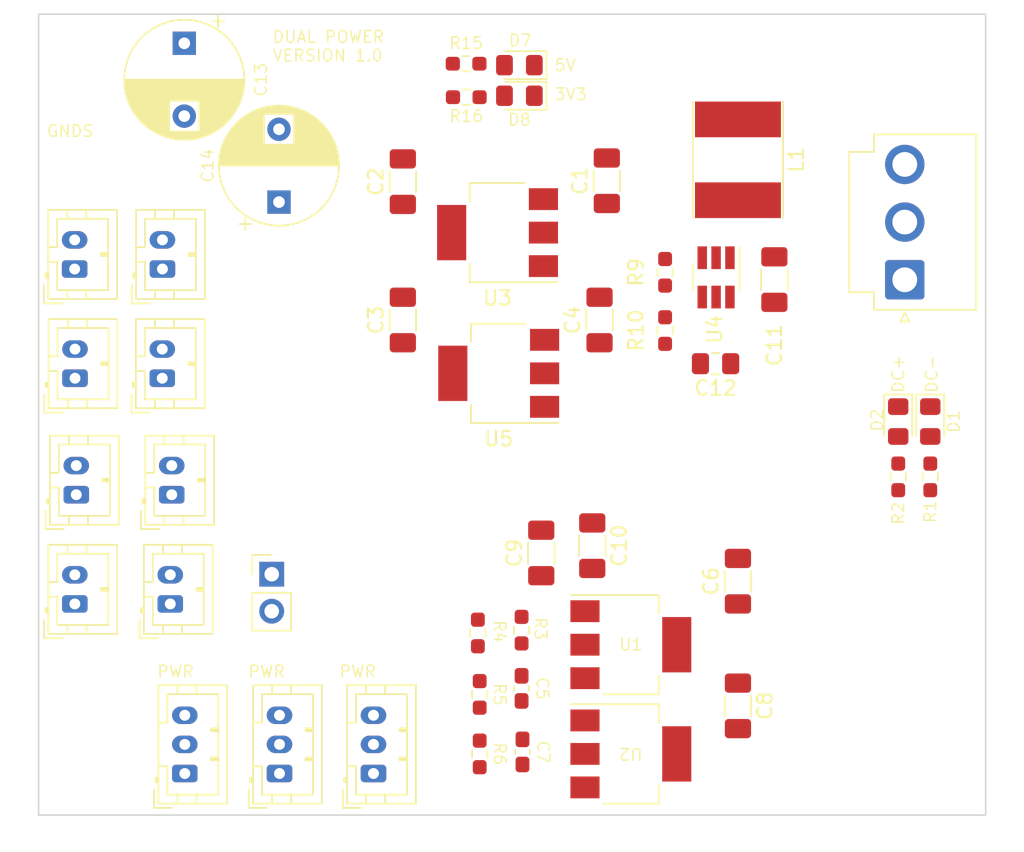
<source format=kicad_pcb>
(kicad_pcb (version 20221018) (generator pcbnew)
  (layers (0 "F.Cu" signal) (1 "In1.Cu" signal) (2 "In2.Cu" signal) (31 "B.Cu" signal) (34 "B.Paste" user) (35 "F.Paste" user) (36 "B.SilkS" user "B.Silkscreen") (37 "F.SilkS" user "F.Silkscreen") (38 "B.Mask" user) (39 "F.Mask" user) (44 "Edge.Cuts" user))
  (net 0 "")
  (net 1 "PGND")
  (net 2 "Net-(D1-A)")
  (net 3 "Net-(D2-A)")
  (net 4 "Net-(U1-ADJ)")
  (net 5 "Net-(U2-ADJ)")
  (net 6 "GND")
  (net 7 "7V")
  (net 8 "DC_NEG")
  (net 9 "DC_POS")
  (net 10 "VP")
  (net 11 "VN")
  (net 12 "Net-(U4-SW)")
  (net 13 "Net-(U4-CB)")
  (net 14 "5V")
  (net 15 "FB")
  (net 16 "3V3")
  (net 17 "Net-(D7-A)")
  (net 18 "Net-(D8-A)")
  (net 19 "AGND")
  (footprint "MountingHole:MountingHole_3.2mm_M3" (layer "F.Cu") (at 103.5 129.5)
    (fp_text reference "H4" hide)
    (fp_text value "MountingHole")
    (pad "" np_thru_hole circle (at 0 0) (size 3.2 3.2) (drill 3.2) (layers "*.Cu" "*.Mask"))
  )
  (footprint "Capacitor_SMD:C_1206_3216Metric_Pad1.33x1.80mm_HandSolder" (layer "F.Cu") (at 139.5 98 90)
    (fp_text reference "C4" (at 0 -1.85 90) (layer "F.SilkS"))
    (fp_text value "10U")
    (pad "1" smd roundrect (at -1.5625 0 90) (size 1.325 1.8) (layers "F.Cu" "F.Paste" "F.Mask") (roundrect_rratio 0.188679) (net 7 "7V"))
    (pad "2" smd roundrect (at 1.5625 0 90) (size 1.325 1.8) (layers "F.Cu" "F.Paste" "F.Mask") (roundrect_rratio 0.188679) (net 6 "GND"))
  )
  (footprint "Resistor_SMD:R_0603_1608Metric_Pad0.98x0.95mm_HandSolder" (layer "F.Cu") (at 144 98.725 90)
    (fp_text reference "R10" (at 0 -2 90) (layer "F.SilkS"))
    (fp_text value "10k")
    (pad "1" smd roundrect (at -0.9125 0 90) (size 0.975 0.95) (layers "F.Cu" "F.Paste" "F.Mask") (net 15 "FB"))
    (pad "2" smd roundrect (at 0.9125 0 90) (size 0.975 0.95) (layers "F.Cu" "F.Paste" "F.Mask") (net 1 "PGND"))
  )
  (footprint "Capacitor_THT:CP_Radial_D8.0mm_P5.00mm" (layer "F.Cu") (at 111 79 -90)
    (fp_text reference "C13" (at 2.5 -5.25 90 unlocked) (layer "F.SilkS") (effects (font (size 0.8 0.8) (thickness 0.1))))
    (fp_text value "680u")
    (pad "1" thru_hole rect (at 0 0 270) (size 1.6 1.6) (drill 0.8) (layers "*.Cu" "*.Mask") (net 16 "3V3"))
    (pad "2" thru_hole circle (at 5 0 270) (size 1.6 1.6) (drill 0.8) (layers "*.Cu" "*.Mask") (net 1 "PGND"))
  )
  (footprint "Resistor_SMD:R_0603_1608Metric_Pad0.98x0.95mm_HandSolder" (layer "F.Cu") (at 160 108.775 90)
    (fp_text reference "R2" (at -2.5 0 90 unlocked) (layer "F.SilkS") (effects (font (size 0.8 0.8) (thickness 0.1))))
    (fp_text value "3.3K")
    (pad "1" smd roundrect (at -0.9125 0 90) (size 0.975 0.95) (layers "F.Cu" "F.Paste" "F.Mask") (net 10 "VP"))
    (pad "2" smd roundrect (at 0.9125 0 90) (size 0.975 0.95) (layers "F.Cu" "F.Paste" "F.Mask") (net 3 "Net-(D2-A)"))
  )
  (footprint "Connector_JST:JST_PH_B3B-PH-K_1x03_P2.00mm_Vertical" (layer "F.Cu") (at 111.034786 129.146218 90)
    (fp_text reference "J3" hide)
    (fp_text value "Conn_01x03_Male")
    (pad "1" thru_hole roundrect (at 0 0 90) (size 1.2 1.75) (drill 0.75) (layers "*.Cu" "*.Mask") (roundrect_rratio 0.2083333333) (net 8 "DC_NEG"))
    (pad "2" thru_hole oval (at 2 0 90) (size 1.2 1.75) (drill 0.75) (layers "*.Cu" "*.Mask") (net 19 "AGND"))
    (pad "3" thru_hole oval (at 4 0 90) (size 1.2 1.75) (drill 0.75) (layers "*.Cu" "*.Mask") (net 9 "DC_POS"))
  )
  (footprint "Resistor_SMD:R_0603_1608Metric_Pad0.98x0.95mm_HandSolder" (layer "F.Cu") (at 162.2 108.775 -90)
    (fp_text reference "R1" (at 2.3875 0 -270 unlocked) (layer "F.SilkS") (effects (font (size 0.8 0.8) (thickness 0.1))))
    (fp_text value "3.3K")
    (pad "1" smd roundrect (at -0.9125 0 270) (size 0.975 0.95) (layers "F.Cu" "F.Paste" "F.Mask") (net 1 "PGND"))
    (pad "2" smd roundrect (at 0.9125 0 270) (size 0.975 0.95) (layers "F.Cu" "F.Paste" "F.Mask") (net 2 "Net-(D1-A)"))
  )
  (footprint "Resistor_SMD:R_0603_1608Metric_Pad0.98x0.95mm_HandSolder" (layer "F.Cu") (at 130.3425 80.4 180)
    (fp_text reference "R15" (at 0 1.41 unlocked) (layer "F.SilkS") (effects (font (size 0.8 0.8) (thickness 0.1))))
    (fp_text value "75R")
    (pad "1" smd roundrect (at -0.9125 0 180) (size 0.975 0.95) (layers "F.Cu" "F.Paste" "F.Mask") (net 16 "3V3"))
    (pad "2" smd roundrect (at 0.9125 0 180) (size 0.975 0.95) (layers "F.Cu" "F.Paste" "F.Mask") (net 17 "Net-(D7-A)"))
  )
  (footprint "MountingHole:MountingHole_3.2mm_M3" (layer "F.Cu") (at 163.5 79.5)
    (fp_text reference "H1" hide)
    (fp_text value "MountingHole")
    (pad "" np_thru_hole circle (at 0 0) (size 3.2 3.2) (drill 3.2) (layers "*.Cu" "*.Mask"))
  )
  (footprint "Capacitor_THT:CP_Radial_D8.0mm_P5.00mm" (layer "F.Cu") (at 117.5 89.9027 90)
    (fp_text reference "C14" (at 2.502651 -4.9 90 unlocked) (layer "F.SilkS") (effects (font (size 0.8 0.8) (thickness 0.1))))
    (fp_text value "680u")
    (pad "1" thru_hole rect (at 0 0 90) (size 1.6 1.6) (drill 0.8) (layers "*.Cu" "*.Mask") (net 14 "5V"))
    (pad "2" thru_hole circle (at 5 0 90) (size 1.6 1.6) (drill 0.8) (layers "*.Cu" "*.Mask") (net 1 "PGND"))
  )
  (footprint "Resistor_SMD:R_0603_1608Metric_Pad0.98x0.95mm_HandSolder" (layer "F.Cu") (at 131.15 119.495 90)
    (fp_text reference "R4" (at 0.1 1.5 -90 unlocked) (layer "F.SilkS") (effects (font (size 0.8 0.8) (thickness 0.1))))
    (fp_text value "510R")
    (pad "1" smd roundrect (at -0.9125 0 90) (size 0.975 0.95) (layers "F.Cu" "F.Paste" "F.Mask") (net 4 "Net-(U1-ADJ)"))
    (pad "2" smd roundrect (at 0.9125 0 90) (size 0.975 0.95) (layers "F.Cu" "F.Paste" "F.Mask") (net 19 "AGND"))
  )
  (footprint "Connector_JST:JST_PH_B2B-PH-K_1x02_P2.00mm_Vertical" (layer "F.Cu") (at 109.5 94.5 90)
    (fp_text reference "J7" hide)
    (fp_text value "Conn_01x02_Pin")
    (pad "1" thru_hole roundrect (at 0 0 90) (size 1.2 1.75) (drill 0.75) (layers "*.Cu" "*.Mask") (roundrect_rratio 0.208333) (net 6 "GND"))
    (pad "2" thru_hole oval (at 2 0 90) (size 1.2 1.75) (drill 0.75) (layers "*.Cu" "*.Mask") (net 14 "5V"))
  )
  (footprint "Capacitor_SMD:C_1206_3216Metric_Pad1.33x1.80mm_HandSolder" (layer "F.Cu") (at 149 115.9375 90)
    (fp_text reference "C6" (at 0 -1.85 90) (layer "F.SilkS"))
    (fp_text value "47U")
    (pad "1" smd roundrect (at -1.5625 0 90) (size 1.325 1.8) (layers "F.Cu" "F.Paste" "F.Mask") (roundrect_rratio 0.188679) (net 9 "DC_POS"))
    (pad "2" smd roundrect (at 1.5625 0 90) (size 1.325 1.8) (layers "F.Cu" "F.Paste" "F.Mask") (roundrect_rratio 0.188679) (net 19 "AGND"))
  )
  (footprint "Connector_JST:JST_PH_B3B-PH-K_1x03_P2.00mm_Vertical" (layer "F.Cu") (at 117.534786 129.146218 90)
    (fp_text reference "J4" hide)
    (fp_text value "Conn_01x03_Male")
    (pad "1" thru_hole roundrect (at 0 0 90) (size 1.2 1.75) (drill 0.75) (layers "*.Cu" "*.Mask") (roundrect_rratio 0.2083333333) (net 8 "DC_NEG"))
    (pad "2" thru_hole oval (at 2 0 90) (size 1.2 1.75) (drill 0.75) (layers "*.Cu" "*.Mask") (net 19 "AGND"))
    (pad "3" thru_hole oval (at 4 0 90) (size 1.2 1.75) (drill 0.75) (layers "*.Cu" "*.Mask") (net 9 "DC_POS"))
  )
  (footprint "Connector_JST:JST_PH_B3B-PH-K_1x03_P2.00mm_Vertical" (layer "F.Cu") (at 123.984786 129.146218 90)
    (fp_text reference "J5" hide)
    (fp_text value "Conn_01x03_Male")
    (pad "1" thru_hole roundrect (at 0 0 90) (size 1.2 1.75) (drill 0.75) (layers "*.Cu" "*.Mask") (roundrect_rratio 0.2083333333) (net 8 "DC_NEG"))
    (pad "2" thru_hole oval (at 2 0 90) (size 1.2 1.75) (drill 0.75) (layers "*.Cu" "*.Mask") (net 19 "AGND"))
    (pad "3" thru_hole oval (at 4 0 90) (size 1.2 1.75) (drill 0.75) (layers "*.Cu" "*.Mask") (net 9 "DC_POS"))
  )
  (footprint "Connector_JST:JST_PH_B2B-PH-K_1x02_P2.00mm_Vertical" (layer "F.Cu") (at 103.4875 117.5 90)
    (fp_text reference "J12" hide)
    (fp_text value "Conn_01x02_Pin")
    (pad "1" thru_hole roundrect (at 0 0 90) (size 1.2 1.75) (drill 0.75) (layers "*.Cu" "*.Mask") (roundrect_rratio 0.208333) (net 6 "GND"))
    (pad "2" thru_hole oval (at 2 0 90) (size 1.2 1.75) (drill 0.75) (layers "*.Cu" "*.Mask") (net 16 "3V3"))
  )
  (footprint "MountingHole:MountingHole_3.2mm_M3" (layer "F.Cu") (at 103.5 79.5)
    (fp_text reference "H2" hide)
    (fp_text value "MountingHole")
    (pad "" np_thru_hole circle (at 0 0) (size 3.2 3.2) (drill 3.2) (layers "*.Cu" "*.Mask"))
  )
  (footprint "Package_TO_SOT_SMD:SOT-23-6_Handsoldering" (layer "F.Cu") (at 147.5 95.075 -90)
    (fp_text reference "U4" (at 3.5625 0.1 90) (layer "F.SilkS"))
    (fp_text value "LMR50410XDBVR")
    (pad "1" smd rect (at -1.35 -0.95 270) (size 1.56 0.65) (layers "F.Cu" "F.Paste" "F.Mask") (net 13 "Net-(U4-CB)"))
    (pad "2" smd rect (at -1.35 0 270) (size 1.56 0.65) (layers "F.Cu" "F.Paste" "F.Mask") (net 1 "PGND"))
    (pad "3" smd rect (at -1.35 0.95 270) (size 1.56 0.65) (layers "F.Cu" "F.Paste" "F.Mask") (net 15 "FB"))
    (pad "4" smd rect (at 1.35 0.95 270) (size 1.56 0.65) (layers "F.Cu" "F.Paste" "F.Mask") (net 10 "VP"))
    (pad "5" smd rect (at 1.35 0 270) (size 1.56 0.65) (layers "F.Cu" "F.Paste" "F.Mask") (net 10 "VP"))
    (pad "6" smd rect (at 1.35 -0.95 270) (size 1.56 0.65) (layers "F.Cu" "F.Paste" "F.Mask") (net 12 "Net-(U4-SW)"))
  )
  (footprint "LED_SMD:LED_0805_2012Metric_Pad1.15x1.40mm_HandSolder" (layer "F.Cu") (at 134 82.6 180)
    (fp_text reference "D8" (at 0 -1.65 unlocked) (layer "F.SilkS") (effects (font (size 0.8 0.8) (thickness 0.1))))
    (fp_text value "YELLOW")
    (pad "1" smd roundrect (at -1.025 0 180) (size 1.15 1.4) (layers "F.Cu" "F.Paste" "F.Mask") (roundrect_rratio 0.2173913043) (net 1 "PGND"))
    (pad "2" smd roundrect (at 1.025 0 180) (size 1.15 1.4) (layers "F.Cu" "F.Paste" "F.Mask") (roundrect_rratio 0.2173913043) (net 18 "Net-(D8-A)"))
  )
  (footprint "Capacitor_SMD:C_1206_3216Metric_Pad1.33x1.80mm_HandSolder" (layer "F.Cu") (at 149 124.5 -90)
    (fp_text reference "C8" (at 0 -1.85 90) (layer "F.SilkS"))
    (fp_text value "47U")
    (pad "1" smd roundrect (at -1.5625 0 270) (size 1.325 1.8) (layers "F.Cu" "F.Paste" "F.Mask") (roundrect_rratio 0.188679) (net 19 "AGND"))
    (pad "2" smd roundrect (at 1.5625 0 270) (size 1.325 1.8) (layers "F.Cu" "F.Paste" "F.Mask") (roundrect_rratio 0.188679) (net 8 "DC_NEG"))
  )
  (footprint "Connector_JST:JST_PH_B2B-PH-K_1x02_P2.00mm_Vertical" (layer "F.Cu") (at 110.1375 110 90)
    (fp_text reference "J15" hide)
    (fp_text value "Conn_01x02_Pin")
    (pad "1" thru_hole roundrect (at 0 0 90) (size 1.2 1.75) (drill 0.75) (layers "*.Cu" "*.Mask") (roundrect_rratio 0.208333) (net 6 "GND"))
    (pad "2" thru_hole oval (at 2 0 90) (size 1.2 1.75) (drill 0.75) (layers "*.Cu" "*.Mask") (net 16 "3V3"))
  )
  (footprint "Resistor_SMD:R_0603_1608Metric_Pad0.98x0.95mm_HandSolder" (layer "F.Cu") (at 131.275 127.8 90)
    (fp_text reference "R6" (at 0 1.375 -90 unlocked) (layer "F.SilkS") (effects (font (size 0.8 0.8) (thickness 0.1))))
    (fp_text value "120R")
    (pad "1" smd roundrect (at -0.9125 0 90) (size 0.975 0.95) (layers "F.Cu" "F.Paste" "F.Mask") (net 8 "DC_NEG"))
    (pad "2" smd roundrect (at 0.9125 0 90) (size 0.975 0.95) (layers "F.Cu" "F.Paste" "F.Mask") (net 5 "Net-(U2-ADJ)"))
  )
  (footprint "Capacitor_SMD:C_0805_2012Metric_Pad1.18x1.45mm_HandSolder" (layer "F.Cu") (at 147.4625 101 180)
    (fp_text reference "C12" (at 0 -1.68) (layer "F.SilkS"))
    (fp_text value "0.1u")
    (pad "1" smd roundrect (at -1.0375 0 180) (size 1.175 1.45) (layers "F.Cu" "F.Paste" "F.Mask") (roundrect_rratio 0.212766) (net 13 "Net-(U4-CB)"))
    (pad "2" smd roundrect (at 1.0375 0 180) (size 1.175 1.45) (layers "F.Cu" "F.Paste" "F.Mask") (roundrect_rratio 0.212766) (net 12 "Net-(U4-SW)"))
  )
  (footprint "Package_TO_SOT_SMD:SOT-223-3_TabPin2" (layer "F.Cu") (at 132.5 92 180)
    (fp_text reference "U3" (at 0 -4.5) (layer "F.SilkS"))
    (fp_text value "AMS1117-5.0")
    (pad "1" smd rect (at -3.15 -2.3 180) (size 2 1.5) (layers "F.Cu" "F.Paste" "F.Mask") (net 6 "GND"))
    (pad "2" smd rect (at -3.15 0 180) (size 2 1.5) (layers "F.Cu" "F.Paste" "F.Mask") (net 14 "5V"))
    (pad "2" smd rect (at 3.15 0 180) (size 2 3.8) (layers "F.Cu" "F.Paste" "F.Mask") (net 14 "5V"))
    (pad "3" smd rect (at -3.15 2.3 180) (size 2 1.5) (layers "F.Cu" "F.Paste" "F.Mask") (net 7 "7V"))
  )
  (footprint "Package_TO_SOT_SMD:SOT-223-3_TabPin2" (layer "F.Cu") (at 141.65 127.8)
    (fp_text reference "U2" (at 0 0 180 unlocked) (layer "F.SilkS") (effects (font (size 0.8 0.8) (thickness 0.1))))
    (fp_text value "LM337_SOT223")
    (pad "1" smd rect (at -3.15 -2.3) (size 2 1.5) (layers "F.Cu" "F.Paste" "F.Mask") (net 5 "Net-(U2-ADJ)"))
    (pad "2" smd rect (at -3.15 0) (size 2 1.5) (layers "F.Cu" "F.Paste" "F.Mask") (net 11 "VN"))
    (pad "2" smd rect (at 3.15 0) (size 2 3.8) (layers "F.Cu" "F.Paste" "F.Mask") (net 11 "VN"))
    (pad "3" smd rect (at -3.15 2.3) (size 2 1.5) (layers "F.Cu" "F.Paste" "F.Mask") (net 8 "DC_NEG"))
  )
  (footprint "Resistor_SMD:R_0603_1608Metric_Pad0.98x0.95mm_HandSolder" (layer "F.Cu") (at 130.355 82.7 180)
    (fp_text reference "R16" (at 0 -1.3 unlocked) (layer "F.SilkS") (effects (font (size 0.8 0.8) (thickness 0.1))))
    (fp_text value "750R")
    (pad "1" smd roundrect (at -0.9125 0 180) (size 0.975 0.95) (layers "F.Cu" "F.Paste" "F.Mask") (net 14 "5V"))
    (pad "2" smd roundrect (at 0.9125 0 180) (size 0.975 0.95) (layers "F.Cu" "F.Paste" "F.Mask") (net 18 "Net-(D8-A)"))
  )
  (footprint "Resistor_SMD:R_0603_1608Metric_Pad0.98x0.95mm_HandSolder" (layer "F.Cu") (at 131.275 123.7125 90)
    (fp_text reference "R5" (at 0 1.375 -90 unlocked) (layer "F.SilkS") (effects (font (size 0.8 0.8) (thickness 0.1))))
    (fp_text value "510R")
    (pad "1" smd roundrect (at -0.9125 0 90) (size 0.975 0.95) (layers "F.Cu" "F.Paste" "F.Mask") (net 5 "Net-(U2-ADJ)"))
    (pad "2" smd roundrect (at 0.9125 0 90) (size 0.975 0.95) (layers "F.Cu" "F.Paste" "F.Mask") (net 19 "AGND"))
  )
  (footprint "Connector_PinHeader_2.54mm:PinHeader_1x02_P2.54mm_Vertical" (layer "F.Cu") (at 117 115.46)
    (fp_text reference "J10" hide)
    (fp_text value "Conn_01x02_Pin")
    (pad "1" thru_hole rect (at 0 0) (size 1.7 1.7) (drill 1) (layers "*.Cu" "*.Mask") (net 16 "3V3"))
    (pad "2" thru_hole oval (at 0 2.54) (size 1.7 1.7) (drill 1) (layers "*.Cu" "*.Mask") (net 14 "5V"))
  )
  (footprint "Package_TO_SOT_SMD:SOT-223-3_TabPin2" (layer "F.Cu") (at 132.578736 101.663561 180)
    (fp_text reference "U5" (at 0 -4.5) (layer "F.SilkS"))
    (fp_text value "AMS1117-3.3")
    (pad "1" smd rect (at -3.15 -2.3 180) (size 2 1.5) (layers "F.Cu" "F.Paste" "F.Mask") (net 6 "GND"))
    (pad "2" smd rect (at -3.15 0 180) (size 2 1.5) (layers "F.Cu" "F.Paste" "F.Mask") (net 16 "3V3"))
    (pad "2" smd rect (at 3.15 0 180) (size 2 3.8) (layers "F.Cu" "F.Paste" "F.Mask") (net 16 "3V3"))
    (pad "3" smd rect (at -3.15 2.3 180) (size 2 1.5) (layers "F.Cu" "F.Paste" "F.Mask") (net 7 "7V"))
  )
  (footprint "Resistor_SMD:R_0603_1608Metric_Pad0.98x0.95mm_HandSolder" (layer "F.Cu") (at 144 94.725 -90)
    (fp_text reference "R9" (at 0 2 90) (layer "F.SilkS"))
    (fp_text value "60k")
    (pad "1" smd roundrect (at -0.9125 0 270) (size 0.975 0.95) (layers "F.Cu" "F.Paste" "F.Mask") (net 7 "7V"))
    (pad "2" smd roundrect (at 0.9125 0 270) (size 0.975 0.95) (layers "F.Cu" "F.Paste" "F.Mask") (net 15 "FB"))
  )
  (footprint "Connector_JST:JST_PH_B2B-PH-K_1x02_P2.00mm_Vertical" (layer "F.Cu") (at 103.5 102 90)
    (fp_text reference "J8" hide)
    (fp_text value "Conn_01x02_Pin")
    (pad "1" thru_hole roundrect (at 0 0 90) (size 1.2 1.75) (drill 0.75) (layers "*.Cu" "*.Mask") (roundrect_rratio 0.208333) (net 6 "GND"))
    (pad "2" thru_hole oval (at 2 0 90) (size 1.2 1.75) (drill 0.75) (layers "*.Cu" "*.Mask") (net 14 "5V"))
  )
  (footprint "Capacitor_SMD:C_0603_1608Metric_Pad1.08x0.95mm_HandSolder" (layer "F.Cu") (at 134.2125 127.6625 -90)
    (fp_text reference "C7" (at 0 -1.43 -90 unlocked) (layer "F.SilkS") (effects (font (size 0.8 0.8) (thickness 0.1))))
    (fp_text value "0.1U")
    (pad "1" smd roundrect (at -0.8625 0 270) (size 1.075 0.95) (layers "F.Cu" "F.Paste" "F.Mask") (net 19 "AGND"))
    (pad "2" smd roundrect (at 0.8625 0 270) (size 1.075 0.95) (layers "F.Cu" "F.Paste" "F.Mask") (net 11 "VN"))
  )
  (footprint "LED_SMD:LED_0805_2012Metric_Pad1.15x1.40mm_HandSolder" (layer "F.Cu") (at 134 80.5 180)
    (fp_text reference "D7" (at -0.055 1.7 unlocked) (layer "F.SilkS") (effects (font (size 0.8 0.8) (thickness 0.1))))
    (fp_text value "BLUE")
    (pad "1" smd roundrect (at -1.025 0 180) (size 1.15 1.4) (layers "F.Cu" "F.Paste" "F.Mask") (roundrect_rratio 0.2173913043) (net 1 "PGND"))
    (pad "2" smd roundrect (at 1.025 0 180) (size 1.15 1.4) (layers "F.Cu" "F.Paste" "F.Mask") (roundrect_rratio 0.2173913043) (net 17 "Net-(D7-A)"))
  )
  (footprint "Capacitor_SMD:C_1206_3216Metric_Pad1.33x1.80mm_HandSolder" (layer "F.Cu") (at 139 113.5 -90)
    (fp_text reference "C10" (at 0 -1.85 90) (layer "F.SilkS"))
    (fp_text value "10u")
    (pad "1" smd roundrect (at -1.5625 0 270) (size 1.325 1.8) (layers "F.Cu" "F.Paste" "F.Mask") (roundrect_rratio 0.188679) (net 19 "AGND"))
    (pad "2" smd roundrect (at 1.5625 0 270) (size 1.325 1.8) (layers "F.Cu" "F.Paste" "F.Mask") (roundrect_rratio 0.188679) (net 11 "VN"))
  )
  (footprint "Connector_JST:JST_PH_B2B-PH-K_1x02_P2.00mm_Vertical" (layer "F.Cu") (at 109.4875 102 90)
    (fp_text reference "J2" hide)
    (fp_text value "Conn_01x02_Pin")
    (pad "1" thru_hole roundrect (at 0 0 90) (size 1.2 1.75) (drill 0.75) (layers "*.Cu" "*.Mask") (roundrect_rratio 0.208333) (net 6 "GND"))
    (pad "2" thru_hole oval (at 2 0 90) (size 1.2 1.75) (drill 0.75) (layers "*.Cu" "*.Mask") (net 14 "5V"))
  )
  (footprint "LED_SMD:LED_0805_2012Metric_Pad1.15x1.40mm_HandSolder" (layer "F.Cu") (at 162.2 104.975 -90)
    (fp_text reference "D1" (at 0 -1.6 -270 unlocked) (layer "F.SilkS") (effects (font (size 0.8 0.8) (thickness 0.1))))
    (fp_text value "BLUE")
    (pad "1" smd roundrect (at -1.025 0 270) (size 1.15 1.4) (layers "F.Cu" "F.Paste" "F.Mask") (roundrect_rratio 0.2173913043) (net 11 "VN"))
    (pad "2" smd roundrect (at 1.025 0 270) (size 1.15 1.4) (layers "F.Cu" "F.Paste" "F.Mask") (roundrect_rratio 0.2173913043) (net 2 "Net-(D1-A)"))
  )
  (footprint "Resistor_SMD:R_0603_1608Metric_Pad0.98x0.95mm_HandSolder" (layer "F.Cu") (at 134.15 119.3 90)
    (fp_text reference "R3" (at 0.1 1.3 -90 unlocked) (layer "F.SilkS") (effects (font (size 0.8 0.8) (thickness 0.1))))
    (fp_text value "120R")
    (pad "1" smd roundrect (at -0.9125 0 90) (size 0.975 0.95) (layers "F.Cu" "F.Paste" "F.Mask") (net 9 "DC_POS"))
    (pad "2" smd roundrect (at 0.9125 0 90) (size 0.975 0.95) (layers "F.Cu" "F.Paste" "F.Mask") (net 4 "Net-(U1-ADJ)"))
  )
  (footprint "Capacitor_SMD:C_1206_3216Metric_Pad1.33x1.80mm_HandSolder" (layer "F.Cu") (at 126 88.5 90)
    (fp_text reference "C2" (at 0 -1.85 90) (layer "F.SilkS"))
    (fp_text value "10U")
    (pad "1" smd roundrect (at -1.5625 0 90) (size 1.325 1.8) (layers "F.Cu" "F.Paste" "F.Mask") (roundrect_rratio 0.188679) (net 14 "5V"))
    (pad "2" smd roundrect (at 1.5625 0 90) (size 1.325 1.8) (layers "F.Cu" "F.Paste" "F.Mask") (roundrect_rratio 0.188679) (net 6 "GND"))
  )
  (footprint "Capacitor_SMD:C_1206_3216Metric_Pad1.33x1.80mm_HandSolder" (layer "F.Cu") (at 126 98 90)
    (fp_text reference "C3" (at 0 -1.85 90) (layer "F.SilkS"))
    (fp_text value "10U")
    (pad "1" smd roundrect (at -1.5625 0 90) (size 1.325 1.8) (layers "F.Cu" "F.Paste" "F.Mask") (roundrect_rratio 0.188679) (net 16 "3V3"))
    (pad "2" smd roundrect (at 1.5625 0 90) (size 1.325 1.8) (layers "F.Cu" "F.Paste" "F.Mask") (roundrect_rratio 0.188679) (net 6 "GND"))
  )
  (footprint "Capacitor_SMD:C_1206_3216Metric_Pad1.33x1.80mm_HandSolder" (layer "F.Cu") (at 151.5 95.225 90)
    (fp_text reference "C11" (at -4.5 0 90) (layer "F.SilkS"))
    (fp_text value "10U 50V")
    (pad "1" smd roundrect (at -1.5625 0 90) (size 1.325 1.8) (layers "F.Cu" "F.Paste" "F.Mask") (roundrect_rratio 0.188679) (net 10 "VP"))
    (pad "2" smd roundrect (at 1.5625 0 90) (size 1.325 1.8) (layers "F.Cu" "F.Paste" "F.Mask") (roundrect_rratio 0.188679) (net 1 "PGND"))
  )
  (footprint "Inductor_SMD:L_Taiyo-Yuden_NR-60xx_HandSoldering" (layer "F.Cu") (at 149 87 -90)
    (fp_text reference "L1" (at 0 -4 90) (layer "F.SilkS"))
    (fp_text value "20uH")
    (pad "1" smd rect (at -2.775 0 270) (size 2.45 5.9) (layers "F.Cu" "F.Paste" "F.Mask") (net 12 "Net-(U4-SW)"))
    (pad "2" smd rect (at 2.775 0 270) (size 2.45 5.9) (layers "F.Cu" "F.Paste" "F.Mask") (net 7 "7V"))
  )
  (footprint "Connector_JST:JST_PH_B2B-PH-K_1x02_P2.00mm_Vertical" (layer "F.Cu") (at 103.5875 110 90)
    (fp_text reference "J14" hide)
    (fp_text value "Conn_01x02_Pin")
    (pad "1" thru_hole roundrect (at 0 0 90) (size 1.2 1.75) (drill 0.75) (layers "*.Cu" "*.Mask") (roundrect_rratio 0.208333) (net 6 "GND"))
    (pad "2" thru_hole oval (at 2 0 90) (size 1.2 1.75) (drill 0.75) (layers "*.Cu" "*.Mask") (net 16 "3V3"))
  )
  (footprint "Capacitor_SMD:C_1206_3216Metric_Pad1.33x1.80mm_HandSolder" (layer "F.Cu") (at 135.5 114 90)
    (fp_text reference "C9" (at 0 -1.85 90) (layer "F.SilkS"))
    (fp_text value "10u")
    (pad "1" smd roundrect (at -1.5625 0 90) (size 1.325 1.8) (layers "F.Cu" "F.Paste" "F.Mask") (roundrect_rratio 0.188679) (net 10 "VP"))
    (pad "2" smd roundrect (at 1.5625 0 90) (size 1.325 1.8) (layers "F.Cu" "F.Paste" "F.Mask") (roundrect_rratio 0.188679) (net 19 "AGND"))
  )
  (footprint "Connector_JST:JST_PH_B2B-PH-K_1x02_P2.00mm_Vertical" (layer "F.Cu") (at 103.475 94.5 90)
    (fp_text reference "J6" hide)
    (fp_text value "Conn_01x02_Pin")
    (pad "1" thru_hole roundrect (at 0 0 90) (size 1.2 1.75) (drill 0.75) (layers "*.Cu" "*.Mask") (roundrect_rratio 0.208333) (net 6 "GND"))
    (pad "2" thru_hole oval (at 2 0 90) (size 1.2 1.75) (drill 0.75) (layers "*.Cu" "*.Mask") (net 14 "5V"))
  )
  (footprint "Connector_JST:JST_PH_B2B-PH-K_1x02_P2.00mm_Vertical" (layer "F.Cu") (at 110.0375 117.5 90)
    (fp_text reference "J13" hide)
    (fp_text value "Conn_01x02_Pin")
    (pad "1" thru_hole roundrect (at 0 0 90) (size 1.2 1.75) (drill 0.75) (layers "*.Cu" "*.Mask") (roundrect_rratio 0.208333) (net 6 "GND"))
    (pad "2" thru_hole oval (at 2 0 90) (size 1.2 1.75) (drill 0.75) (layers "*.Cu" "*.Mask") (net 16 "3V3"))
  )
  (footprint "Capacitor_SMD:C_0603_1608Metric_Pad1.08x0.95mm_HandSolder" (layer "F.Cu") (at 134.15 123.3 -90)
    (fp_text reference "C5" (at 0 -1.43 -90 unlocked) (layer "F.SilkS") (effects (font (size 0.8 0.8) (thickness 0.1))))
    (fp_text value "0.1U")
    (pad "1" smd roundrect (at -0.8625 0 270) (size 1.075 0.95) (layers "F.Cu" "F.Paste" "F.Mask") (net 10 "VP"))
    (pad "2" smd roundrect (at 0.8625 0 270) (size 1.075 0.95) (layers "F.Cu" "F.Paste" "F.Mask") (net 19 "AGND"))
  )
  (footprint "MountingHole:MountingHole_3.2mm_M3" (layer "F.Cu") (at 163.5 129.5)
    (fp_text reference "H3" hide)
    (fp_text value "MountingHole")
    (pad "" np_thru_hole circle (at 0 0) (size 3.2 3.2) (drill 3.2) (layers "*.Cu" "*.Mask"))
  )
  (footprint "Package_TO_SOT_SMD:SOT-223-3_TabPin2" (layer "F.Cu") (at 141.65 120.3)
    (fp_text reference "U1" (at 0 0 unlocked) (layer "F.SilkS") (effects (font (size 0.8 0.8) (thickness 0.1))))
    (fp_text value "LM317_SOT-223")
    (pad "1" smd rect (at -3.15 -2.3) (size 2 1.5) (layers "F.Cu" "F.Paste" "F.Mask") (net 4 "Net-(U1-ADJ)"))
    (pad "2" smd rect (at -3.15 0) (size 2 1.5) (layers "F.Cu" "F.Paste" "F.Mask") (net 9 "DC_POS"))
    (pad "2" smd rect (at 3.15 0) (size 2 3.8) (layers "F.Cu" "F.Paste" "F.Mask") (net 9 "DC_POS"))
    (pad "3" smd rect (at -3.15 2.3) (size 2 1.5) (layers "F.Cu" "F.Paste" "F.Mask") (net 10 "VP"))
  )
  (footprint "Connector_JST:JST_VH_B3P-VH_1x03_P3.96mm_Vertical" (layer "F.Cu") (at 160.45 95.2375 90)
    (fp_text reference "J1" hide)
    (fp_text value "Conn_01x03_Male")
    (pad "1" thru_hole roundrect (at 0 0 90) (size 2.7 2.7) (drill 1.7) (layers "*.Cu" "*.Mask") (roundrect_rratio 0.09259296296) (net 10 "VP"))
    (pad "2" thru_hole circle (at 3.96 0 90) (size 2.7 2.7) (drill 1.7) (layers "*.Cu" "*.Mask") (net 1 "PGND"))
    (pad "3" thru_hole circle (at 7.92 0 90) (size 2.7 2.7) (drill 1.7) (layers "*.Cu" "*.Mask") (net 11 "VN"))
  )
  (footprint "LED_SMD:LED_0805_2012Metric_Pad1.15x1.40mm_HandSolder" (layer "F.Cu") (at 160 104.975 -90)
    (fp_text reference "D2" (at -0.1 1.45 -270 unlocked) (layer "F.SilkS") (effects (font (size 0.8 0.8) (thickness 0.1))))
    (fp_text value "YELLOW")
    (pad "1" smd roundrect (at -1.025 0 270) (size 1.15 1.4) (layers "F.Cu" "F.Paste" "F.Mask") (roundrect_rratio 0.2173913043) (net 1 "PGND"))
    (pad "2" smd roundrect (at 1.025 0 270) (size 1.15 1.4) (layers "F.Cu" "F.Paste" "F.Mask") (roundrect_rratio 0.2173913043) (net 3 "Net-(D2-A)"))
  )
  (footprint "Capacitor_SMD:C_1206_3216Metric_Pad1.33x1.80mm_HandSolder" (layer "F.Cu") (at 140 88.4375 90)
    (fp_text reference "C1" (at 0 -1.85 90) (layer "F.SilkS"))
    (fp_text value "10U")
    (pad "1" smd roundrect (at -1.5625 0 90) (size 1.325 1.8) (layers "F.Cu" "F.Paste" "F.Mask") (roundrect_rratio 0.188679) (net 7 "7V"))
    (pad "2" smd roundrect (at 1.5625 0 90) (size 1.325 1.8) (layers "F.Cu" "F.Paste" "F.Mask") (roundrect_rratio 0.188679) (net 6 "GND"))
  )
  (gr_line (start 101 77) (end 166 77) (stroke (width 0.1)) (layer "Edge.Cuts"))
  (gr_line (start 166 77) (end 166 132) (stroke (width 0.1)) (layer "Edge.Cuts"))
  (gr_line (start 166 132) (end 101 132) (stroke (width 0.1)) (layer "Edge.Cuts"))
  (gr_line (start 101 77) (end 101 132) (stroke (width 0.1)) (layer "Edge.Cuts"))
  (gr_text "3V3" (at 136.355 82.5) (layer "F.SilkS") (effects (font (size 0.8 0.8) (thickness 0.1)) (justify left)))
  (gr_text "DUAL POWER\nVERSION 1.0" (at 117 79.2) (layer "F.SilkS") (effects (font (size 0.8 0.8) (thickness 0.1)) (justify left)))
  (gr_text "PWR\n" (at 121.584786 122.146218) (layer "F.SilkS") (effects (font (size 0.8 0.8) (thickness 0.1)) (justify left)))
  (gr_text "PWR\n" (at 109.084786 122.146218) (layer "F.SilkS") (effects (font (size 0.8 0.8) (thickness 0.1)) (justify left)))
  (gr_text "PWR\n" (at 115.334786 122.146218) (layer "F.SilkS") (effects (font (size 0.8 0.8) (thickness 0.1)) (justify left)))
  (gr_text "DC+" (at 160 103.075 90) (layer "F.SilkS") (effects (font (size 0.8 0.8) (thickness 0.1)) (justify left)))
  (gr_text "5V" (at 136.355 80.5) (layer "F.SilkS") (effects (font (size 0.8 0.8) (thickness 0.1)) (justify left)))
  (gr_text "DC-" (at 162.3 103.075 90) (layer "F.SilkS") (effects (font (size 0.8 0.8) (thickness 0.1)) (justify left)))
  (gr_text "GNDS" (at 101.5 85.025) (layer "F.SilkS") (effects (font (size 0.8 0.8) (thickness 0.1)) (justify left)))
)
</source>
